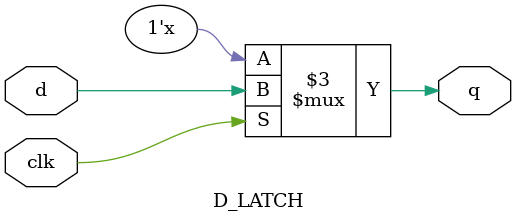
<source format=v>
`timescale 1ns / 1ps


module D_LATCH(
    input clk,
    input d,
    output reg q
    );
    //Sensitivity List
    always @ (d, clk)
    begin
        if (clk == 1)
            q <= d;
    end
    
endmodule

</source>
